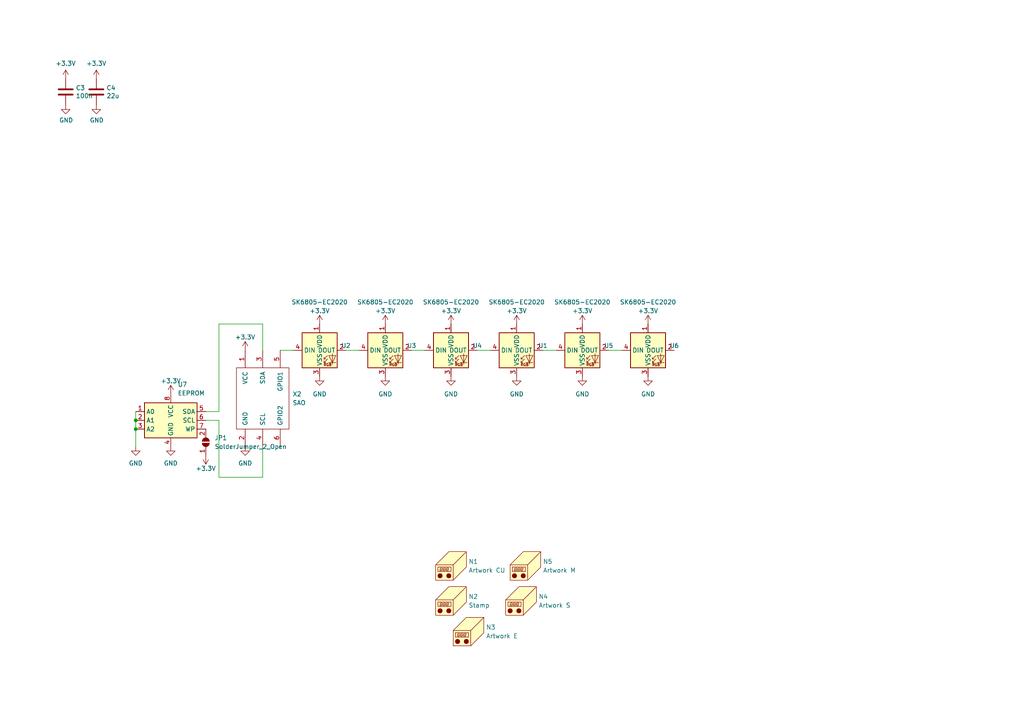
<source format=kicad_sch>
(kicad_sch (version 20231120) (generator "eeschema") (generator_version "7.99")
  (paper "A4")
  (title_block (title "HH24 brooch SAO") (date "2024-01-12") (rev "0.1") (company "BADGE.TEAM"))
  (lib_symbols
    (symbol "Jumper:SolderJumper_2_Open" (pin_names (offset 0) hide)
      (property "Reference" "JP" (at 0 2.032 0))
      (property "Value" "SolderJumper_2_Open" (at 0 -2.54 0))
      (symbol "SolderJumper_2_Open_0_1"
        (arc (start -0.254 1.016) (mid -1.2656 0) (end -0.254 -1.016))
        (arc (start -0.254 1.016) (mid -1.2656 0) (end -0.254 -1.016) (fill (type outline)))
        (polyline (pts (xy -0.254 1.016) (xy -0.254 -1.016)))
        (polyline (pts (xy 0.254 1.016) (xy 0.254 -1.016)))
        (arc (start 0.254 -1.016) (mid 1.2656 0) (end 0.254 1.016))
        (arc (start 0.254 -1.016) (mid 1.2656 0) (end 0.254 1.016) (fill (type outline)))
      )
      (symbol "SolderJumper_2_Open_1_1"
        (pin passive line (at -3.81 0 0) (length 2.54) (name "A") (number "1"))
        (pin passive line (at 3.81 0 180) (length 2.54) (name "B") (number "2"))
      )
    )
    (symbol "Mechanical:Housing" (pin_names (offset 1.016))
      (property "Reference" "N" (at 3.81 0 0))
      (property "Value" "Housing" (at 3.81 -1.905 0))
      (symbol "Housing_0_1"
        (rectangle (start -5.08 -0.635) (end -1.27 -1.905))
        (circle (center -4.445 -3.175) (radius 0.635) (fill (type outline)))
        (circle (center -1.905 -3.175) (radius 0.635) (fill (type outline)))
        (polyline (pts (xy -4.5212 -1.5748) (xy -4.4704 -1.3716)))
        (polyline (pts (xy -4.4196 -1.6764) (xy -4.064 -1.6764)))
        (polyline (pts (xy -4.4196 -1.2192) (xy -4.3688 -0.9652)))
        (polyline (pts (xy -4.318 -1.3208) (xy -4.0132 -1.3208)))
        (polyline (pts (xy -4.2164 -0.9144) (xy -3.9116 -0.9144)))
        (polyline (pts (xy -3.9116 -1.6256) (xy -3.8608 -1.3716)))
        (polyline (pts (xy -3.81 -1.2192) (xy -3.7592 -0.9652)))
        (polyline (pts (xy -3.6068 -1.5748) (xy -3.556 -1.3716)))
        (polyline (pts (xy -3.5052 -1.6764) (xy -3.1496 -1.6764)))
        (polyline (pts (xy -3.5052 -1.2192) (xy -3.4544 -0.9652)))
        (polyline (pts (xy -3.4036 -1.3208) (xy -3.0988 -1.3208)))
        (polyline (pts (xy -3.302 -0.9144) (xy -2.9972 -0.9144)))
        (polyline (pts (xy -2.9972 -1.6256) (xy -2.9464 -1.3716)))
        (polyline (pts (xy -2.8956 -1.2192) (xy -2.8448 -0.9652)))
        (polyline (pts (xy -2.6924 -1.5748) (xy -2.6416 -1.3716)))
        (polyline (pts (xy -2.5908 -1.6764) (xy -2.2352 -1.6764)))
        (polyline (pts (xy -2.5908 -1.2192) (xy -2.54 -0.9652)))
        (polyline (pts (xy -2.4892 -1.3208) (xy -2.1844 -1.3208)))
        (polyline (pts (xy -2.3876 -0.9144) (xy -2.0828 -0.9144)))
        (polyline (pts (xy -2.0828 -1.6256) (xy -2.032 -1.3716)))
        (polyline (pts (xy -1.9812 -1.2192) (xy -1.9304 -0.9652)))
        (polyline (pts (xy -0.635 0) (xy -0.635 -4.445)))
        (polyline (pts (xy -5.715 0) (xy -0.635 0) (xy 3.175 3.81)))
        (polyline (pts (xy -5.715 0) (xy -5.715 -4.445) (xy -0.635 -4.445) (xy 3.175 -0.635) (xy 3.175 3.81) (xy -1.905 3.81) (xy -5.715 0)) (fill (type background)))
      )
    )
    (symbol "Memory_EEPROM:AT24CS64-SSHM"
      (property "Reference" "U" (at -7.62 6.35 0))
      (property "Value" "AT24CS64-SSHM" (at 2.54 -6.35 0))
      (symbol "AT24CS64-SSHM_1_1"
        (rectangle (start -7.62 5.08) (end 7.62 -5.08) (stroke (width 0.254)) (fill (type background)))
        (pin input line (at -10.16 2.54 0) (length 2.54) (name "A0") (number "1"))
        (pin input line (at -10.16 0 0) (length 2.54) (name "A1") (number "2"))
        (pin input line (at -10.16 -2.54 0) (length 2.54) (name "A2") (number "3"))
        (pin power_in line (at 0 -7.62 90) (length 2.54) (name "GND") (number "4"))
        (pin bidirectional line (at 10.16 2.54 180) (length 2.54) (name "SDA") (number "5"))
        (pin input line (at 10.16 0 180) (length 2.54) (name "SCL") (number "6"))
        (pin input line (at 10.16 -2.54 180) (length 2.54) (name "WP") (number "7"))
        (pin power_in line (at 0 7.62 270) (length 2.54) (name "VCC") (number "8"))
      )
    )
    (symbol "badgelife_shitty_addon_v169bis:Badgelife_sao_connector_v169bis" (pin_names (offset 1.016))
      (property "Reference" "X" (at 0 0 0))
      (property "Value" "Badgelife_sao_connector_v169bis" (at 0 20.32 0))
      (symbol "Badgelife_sao_connector_v169bis_0_1"
        (rectangle (start -7.62 8.89) (end 7.62 -8.89))
      )
      (symbol "Badgelife_sao_connector_v169bis_1_1"
        (pin input line (at -5.08 13.97 270) (length 5.08) (name "VCC") (number "1"))
        (pin input line (at -5.08 -13.97 90) (length 5.08) (name "GND") (number "2"))
        (pin input line (at 0 13.97 270) (length 5.08) (name "SDA") (number "3"))
        (pin input line (at 0 -13.97 90) (length 5.08) (name "SCL") (number "4"))
        (pin input line (at 5.08 13.97 270) (length 5.08) (name "GPIO1") (number "5"))
        (pin input line (at 5.08 -13.97 90) (length 5.08) (name "GPIO2") (number "6"))
      )
    )
    (symbol "button_matrix:C-Device" (pin_numbers hide) (pin_names (offset 0.254))
      (property "Reference" "C" (at 0.635 2.54 0))
      (property "Value" "C-Device" (at 0.635 -2.54 0))
      (symbol "C-Device_0_1"
        (polyline (pts (xy -2.032 -0.762) (xy 2.032 -0.762)) (stroke (width 0.508)))
        (polyline (pts (xy -2.032 0.762) (xy 2.032 0.762)) (stroke (width 0.508)))
      )
      (symbol "C-Device_1_1"
        (pin passive line (at 0 3.81 270) (length 2.794) (name "~") (number "1"))
        (pin passive line (at 0 -3.81 90) (length 2.794) (name "~") (number "2"))
      )
    )
    (symbol "button_matrix:SK6805-EC20"
      (property "Reference" "U" (at -5.08 6.35 0))
      (symbol "SK6805-EC20_0_0"
        (text "RGB" (at 2.286 -4.191 0) (effects (font (size 0.762 0.762))))
      )
      (symbol "SK6805-EC20_0_1"
        (polyline (pts (xy 1.27 -3.556) (xy 1.778 -3.556)))
        (polyline (pts (xy 1.27 -2.54) (xy 1.778 -2.54)))
        (polyline (pts (xy 4.699 -3.556) (xy 2.667 -3.556)))
        (polyline (pts (xy 2.286 -2.54) (xy 1.27 -3.556) (xy 1.27 -3.048)))
        (polyline (pts (xy 2.286 -1.524) (xy 1.27 -2.54) (xy 1.27 -2.032)))
        (polyline (pts (xy 3.683 -1.016) (xy 3.683 -3.556) (xy 3.683 -4.064)))
        (polyline (pts (xy 4.699 -1.524) (xy 2.667 -1.524) (xy 3.683 -3.556) (xy 4.699 -1.524)))
        (rectangle (start 5.08 5.08) (end -5.08 -5.08) (stroke (width 0.254)) (fill (type background)))
      )
      (symbol "SK6805-EC20_1_1"
        (pin power_in line (at 0 7.62 270) (length 2.54) (name "VDD") (number "1"))
        (pin output line (at 7.62 0 180) (length 2.54) (name "DOUT") (number "2"))
        (pin power_in line (at 0 -7.62 90) (length 2.54) (name "VSS") (number "3"))
        (pin input line (at -7.62 0 0) (length 2.54) (name "DIN") (number "4"))
      )
    )
    (symbol "power:+3.3V" (power) (pin_names (offset 0))
      (property "Value" "+3.3V" (at 0 3.556 0))
      (symbol "+3.3V_0_1"
        (polyline (pts (xy -0.762 1.27) (xy 0 2.54)))
        (polyline (pts (xy 0 0) (xy 0 2.54)))
        (polyline (pts (xy 0 2.54) (xy 0.762 1.27)))
      )
      (symbol "+3.3V_1_1"
        (pin power_in line (at 0 0 90) (length 0) hide (name "+3.3V") (number "1"))
      )
    )
    (symbol "power:GND" (power) (pin_names (offset 0))
      (property "Value" "GND" (at 0 -3.81 0))
      (symbol "GND_0_1"
        (polyline (pts (xy 0 0) (xy 0 -1.27) (xy 1.27 -1.27) (xy 0 -2.54) (xy -1.27 -1.27) (xy 0 -1.27)))
      )
      (symbol "GND_1_1"
        (pin power_in line (at 0 0 270) (length 0) hide (name "GND") (number "1"))
      )
    )
  )
  (junction (at 39.37 121.92))
  (junction (at 39.37 124.46))
  (wire (pts (xy 63.5 119.38) (xy 63.5 93.98)))
  (wire (pts (xy 157.48 101.6) (xy 161.29 101.6)))
  (wire (pts (xy 176.53 101.6) (xy 180.34 101.6)))
  (wire (pts (xy 63.5 93.98) (xy 76.2 93.98)))
  (wire (pts (xy 39.37 124.46) (xy 39.37 129.54)))
  (wire (pts (xy 76.2 129.54) (xy 76.2 138.43)))
  (wire (pts (xy 63.5 138.43) (xy 63.5 121.92)))
  (wire (pts (xy 81.28 101.6) (xy 85.09 101.6)))
  (wire (pts (xy 100.33 101.6) (xy 104.14 101.6)))
  (wire (pts (xy 39.37 119.38) (xy 39.37 121.92)))
  (wire (pts (xy 76.2 93.98) (xy 76.2 101.6)))
  (wire (pts (xy 63.5 121.92) (xy 59.69 121.92)))
  (wire (pts (xy 138.43 101.6) (xy 142.24 101.6)))
  (wire (pts (xy 39.37 121.92) (xy 39.37 124.46)))
  (wire (pts (xy 119.38 101.6) (xy 123.19 101.6)))
  (wire (pts (xy 76.2 138.43) (xy 63.5 138.43)))
  (wire (pts (xy 59.69 119.38) (xy 63.5 119.38)))
  (symbol (lib_id "power:+3.3V") (at 27.94 22.86 0) (unit 1)
    (property "Reference" "#PWR014" (effects (hide yes)))
    (property "Value" "+3.3V" (at 27.94 18.415 0))
  )
  (symbol (lib_id "Mechanical:Housing") (at 152.4 173.99 0) (unit 1)
    (property "Reference" "N4" (at 156.21 173.0374 0) (effects (justify left)))
    (property "Value" "Artwork S" (at 156.21 175.5774 0) (effects (justify left)))
    (property "Footprint" "artwork:Brooch_F.SilkS" (effects (hide yes)))
    (property "Description" "Housing" (effects (hide yes)))
    (property "LCSC" "-" (effects (hide yes)))
  )
  (symbol (lib_id "button_matrix:SK6805-EC20") (at 130.81 101.6 0) (unit 1)
    (property "Reference" "U4" (at 138.43 100.2539 0))
    (property "Value" "SK6805-EC2020" (at 130.81 87.63 0))
    (property "Footprint" "leds:SK6805-EC20" (effects (hide yes)))
    (property "LCSC" "C2890036" (effects (hide yes)))
  )
  (symbol (lib_id "Mechanical:Housing") (at 132.08 163.83 0) (unit 1)
    (property "Reference" "N1" (at 135.89 162.8774 0) (effects (justify left)))
    (property "Value" "Artwork CU" (at 135.89 165.4174 0) (effects (justify left)))
    (property "Footprint" "artwork:Brooch_LED_F.Cu" (effects (hide yes)))
    (property "Description" "Housing" (effects (hide yes)))
    (property "LCSC" "-" (effects (hide yes)))
  )
  (symbol (lib_id "power:GND") (at 187.96 109.22 0) (unit 1)
    (property "Reference" "#PWR06" (effects (hide yes)))
    (property "Value" "GND" (at 187.96 114.3 0))
    (property "Description" "Power symbol creates a global label with name \"GND\" , ground" (effects (hide yes)))
  )
  (symbol (lib_id "Mechanical:Housing") (at 137.16 182.88 0) (unit 1)
    (property "Reference" "N3" (at 140.97 181.9274 0) (effects (justify left)))
    (property "Value" "Artwork E" (at 140.97 184.4674 0) (effects (justify left)))
    (property "Footprint" "artwork:Brooch_EdgeCut" (effects (hide yes)))
    (property "Description" "Housing" (effects (hide yes)))
    (property "LCSC" "-" (effects (hide yes)))
  )
  (symbol (lib_id "power:+3.3V") (at 92.71 93.98 0) (unit 1)
    (property "Reference" "#PWR016" (effects (hide yes)))
    (property "Value" "+3.3V" (at 92.71 90.17 0))
  )
  (symbol (lib_id "button_matrix:SK6805-EC20") (at 187.96 101.6 0) (unit 1)
    (property "Reference" "U6" (at 195.58 100.2539 0))
    (property "Value" "SK6805-EC2020" (at 187.96 87.63 0))
    (property "Footprint" "leds:SK6805-EC20" (effects (hide yes)))
    (property "LCSC" "C2890036" (effects (hide yes)))
  )
  (symbol (lib_id "button_matrix:C-Device") (at 27.94 26.67 0) (unit 1)
    (property "Reference" "C4" (at 30.861 25.5016 0) (effects (justify left)))
    (property "Value" "22u" (at 30.861 27.813 0) (effects (justify left)))
    (property "Footprint" "Capacitor_SMD:C_0805_2012Metric" (effects (hide yes)))
    (property "Datasheet" "https://datasheet.lcsc.com/lcsc/2006102223_Samsung-Electro-Mechanics-CL21A226MAYNNNE_C602037.pdf" (effects (hide yes)))
    (property "LCSC" "C602037" (effects (hide yes)))
  )
  (symbol (lib_id "power:+3.3V") (at 49.53 114.3 0) (unit 1)
    (property "Reference" "#PWR09" (effects (hide yes)))
    (property "Value" "+3.3V" (at 49.53 110.49 0))
  )
  (symbol (lib_id "badgelife_shitty_addon_v169bis:Badgelife_sao_connector_v169bis") (at 76.2 115.57 0) (unit 1)
    (property "Reference" "X2" (at 84.836 114.2999 0) (effects (justify left)))
    (property "Value" "SAO" (at 84.836 116.8399 0) (effects (justify left)))
    (property "Footprint" "Connector_PinHeader_2.54mm:PinHeader_2x03_P2.54mm_Vertical_SMD" (effects (hide yes)))
  )
  (symbol (lib_id "power:GND") (at 27.94 30.48 0) (unit 1)
    (property "Reference" "#PWR015" (effects (hide yes)))
    (property "Value" "GND" (at 28.067 34.8742 0))
    (property "Description" "Power symbol creates a global label with name \"GND\" , ground" (effects (hide yes)))
  )
  (symbol (lib_id "button_matrix:SK6805-EC20") (at 149.86 101.6 0) (unit 1)
    (property "Reference" "U1" (at 157.48 100.2539 0))
    (property "Value" "SK6805-EC2020" (at 149.86 87.63 0))
    (property "Footprint" "leds:SK6805-EC20" (effects (hide yes)))
    (property "LCSC" "C2890036" (effects (hide yes)))
  )
  (symbol (lib_id "button_matrix:C-Device") (at 19.05 26.67 0) (unit 1)
    (property "Reference" "C3" (at 21.971 25.5016 0) (effects (justify left)))
    (property "Value" "100n" (at 21.971 27.813 0) (effects (justify left)))
    (property "Footprint" "Capacitor_SMD:C_0402_1005Metric" (effects (hide yes)))
    (property "Datasheet" "https://datasheet.lcsc.com/lcsc/2304140030_Samsung-Electro-Mechanics-CL05B104KB54PNC_C307331.pdf" (effects (hide yes)))
    (property "LCSC" "C307331" (effects (hide yes)))
  )
  (symbol (lib_id "power:GND") (at 168.91 109.22 0) (unit 1)
    (property "Reference" "#PWR04" (effects (hide yes)))
    (property "Value" "GND" (at 168.91 114.3 0))
    (property "Description" "Power symbol creates a global label with name \"GND\" , ground" (effects (hide yes)))
  )
  (symbol (lib_id "power:GND") (at 130.81 109.22 0) (unit 1)
    (property "Reference" "#PWR021" (effects (hide yes)))
    (property "Value" "GND" (at 130.81 114.3 0))
    (property "Description" "Power symbol creates a global label with name \"GND\" , ground" (effects (hide yes)))
  )
  (symbol (lib_id "power:+3.3V") (at 111.76 93.98 0) (unit 1)
    (property "Reference" "#PWR018" (effects (hide yes)))
    (property "Value" "+3.3V" (at 111.76 90.17 0))
  )
  (symbol (lib_id "button_matrix:SK6805-EC20") (at 111.76 101.6 0) (unit 1)
    (property "Reference" "U3" (at 119.38 100.2539 0))
    (property "Value" "SK6805-EC2020" (at 111.76 87.63 0))
    (property "Footprint" "leds:SK6805-EC20" (effects (hide yes)))
    (property "LCSC" "C2890036" (effects (hide yes)))
  )
  (symbol (lib_id "power:+3.3V") (at 19.05 22.86 0) (unit 1)
    (property "Reference" "#PWR012" (effects (hide yes)))
    (property "Value" "+3.3V" (at 19.05 18.415 0))
  )
  (symbol (lib_id "button_matrix:SK6805-EC20") (at 92.71 101.6 0) (unit 1)
    (property "Reference" "U2" (at 100.33 100.2539 0))
    (property "Value" "SK6805-EC2020" (at 92.71 87.63 0))
    (property "Footprint" "leds:SK6805-EC20" (effects (hide yes)))
    (property "LCSC" "C2890036" (effects (hide yes)))
  )
  (symbol (lib_id "Memory_EEPROM:AT24CS64-SSHM") (at 49.53 121.92 0) (unit 1)
    (property "Reference" "U7" (at 51.5494 111.506 0) (effects (justify left)))
    (property "Value" "EEPROM" (at 51.5494 114.046 0) (effects (justify left)))
    (property "Footprint" "Package_SO:SOIC-8_3.9x4.9mm_P1.27mm" (effects (hide yes)))
    (property "Datasheet" "http://ww1.microchip.com/downloads/en/DeviceDoc/Atmel-8870-SEEPROM-AT24CS64-Datasheet.pdf" (effects (hide yes)))
  )
  (symbol (lib_id "power:+3.3V") (at 130.81 93.98 0) (unit 1)
    (property "Reference" "#PWR020" (effects (hide yes)))
    (property "Value" "+3.3V" (at 130.81 90.17 0))
  )
  (symbol (lib_id "power:+3.3V") (at 149.86 93.98 0) (unit 1)
    (property "Reference" "#PWR01" (effects (hide yes)))
    (property "Value" "+3.3V" (at 149.86 90.17 0))
  )
  (symbol (lib_id "power:GND") (at 19.05 30.48 0) (unit 1)
    (property "Reference" "#PWR013" (effects (hide yes)))
    (property "Value" "GND" (at 19.177 34.8742 0))
    (property "Description" "Power symbol creates a global label with name \"GND\" , ground" (effects (hide yes)))
  )
  (symbol (lib_id "power:GND") (at 111.76 109.22 0) (unit 1)
    (property "Reference" "#PWR019" (effects (hide yes)))
    (property "Value" "GND" (at 111.76 114.3 0))
    (property "Description" "Power symbol creates a global label with name \"GND\" , ground" (effects (hide yes)))
  )
  (symbol (lib_id "power:GND") (at 39.37 129.54 0) (unit 1)
    (property "Reference" "#PWR08" (effects (hide yes)))
    (property "Value" "GND" (at 39.37 134.366 0))
  )
  (symbol (lib_id "button_matrix:SK6805-EC20") (at 168.91 101.6 0) (unit 1)
    (property "Reference" "U5" (at 176.53 100.2539 0))
    (property "Value" "SK6805-EC2020" (at 168.91 87.63 0))
    (property "Footprint" "leds:SK6805-EC20" (effects (hide yes)))
    (property "LCSC" "C2890036" (effects (hide yes)))
  )
  (symbol (lib_id "power:+3.3V") (at 71.12 101.6 0) (unit 1)
    (property "Reference" "#PWR07" (effects (hide yes)))
    (property "Value" "+3.3V" (at 71.12 97.79 0))
  )
  (symbol (lib_id "power:GND") (at 71.12 129.54 0) (unit 1)
    (property "Reference" "#PWR025" (effects (hide yes)))
    (property "Value" "GND" (at 71.12 134.366 0))
  )
  (symbol (lib_id "Mechanical:Housing") (at 153.67 163.83 0) (unit 1)
    (property "Reference" "N5" (at 157.48 162.8774 0) (effects (justify left)))
    (property "Value" "Artwork M" (at 157.48 165.4174 0) (effects (justify left)))
    (property "Footprint" "artwork:Brooch_F.Mask" (effects (hide yes)))
    (property "Description" "Housing" (effects (hide yes)))
    (property "LCSC" "-" (effects (hide yes)))
  )
  (symbol (lib_id "power:GND") (at 149.86 109.22 0) (unit 1)
    (property "Reference" "#PWR02" (effects (hide yes)))
    (property "Value" "GND" (at 149.86 114.3 0))
    (property "Description" "Power symbol creates a global label with name \"GND\" , ground" (effects (hide yes)))
  )
  (symbol (lib_id "power:+3.3V") (at 59.69 132.08 180) (unit 1)
    (property "Reference" "#PWR011" (effects (hide yes)))
    (property "Value" "+3.3V" (at 59.69 135.89 0))
  )
  (symbol (lib_id "power:+3.3V") (at 187.96 93.98 0) (unit 1)
    (property "Reference" "#PWR05" (effects (hide yes)))
    (property "Value" "+3.3V" (at 187.96 90.17 0))
  )
  (symbol (lib_id "Mechanical:Housing") (at 132.08 173.99 0) (unit 1)
    (property "Reference" "N2" (at 135.89 173.0374 0) (effects (justify left)))
    (property "Value" "Stamp" (at 135.89 175.5774 0) (effects (justify left)))
    (property "Footprint" "artwork:stamp" (effects (hide yes)))
    (property "Description" "Housing" (effects (hide yes)))
    (property "LCSC" "-" (effects (hide yes)))
  )
  (symbol (lib_id "power:GND") (at 49.53 129.54 0) (unit 1)
    (property "Reference" "#PWR010" (effects (hide yes)))
    (property "Value" "GND" (at 49.53 134.366 0))
  )
  (symbol (lib_id "power:GND") (at 92.71 109.22 0) (unit 1)
    (property "Reference" "#PWR017" (effects (hide yes)))
    (property "Value" "GND" (at 92.71 114.3 0))
    (property "Description" "Power symbol creates a global label with name \"GND\" , ground" (effects (hide yes)))
  )
  (symbol (lib_id "Jumper:SolderJumper_2_Open") (at 59.69 128.27 90) (unit 1)
    (property "Reference" "JP1" (at 62.23 126.9999 90) (effects (justify right)))
    (property "Value" "SolderJumper_2_Open" (at 62.23 129.5399 90) (effects (justify right)))
    (property "Footprint" "Jumper:SolderJumper-2_P1.3mm_Open_Pad1.0x1.5mm" (effects (hide yes)))
    (property "Description" "Solder Jumper, 2-pole, open" (effects (hide yes)))
  )
  (symbol (lib_id "power:+3.3V") (at 168.91 93.98 0) (unit 1)
    (property "Reference" "#PWR03" (effects (hide yes)))
    (property "Value" "+3.3V" (at 168.91 90.17 0))
  )
)
</source>
